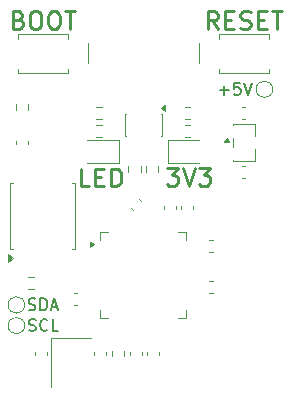
<source format=gto>
%TF.GenerationSoftware,KiCad,Pcbnew,9.0.6-9.0.6~ubuntu22.04.1*%
%TF.CreationDate,2026-01-23T17:01:36+00:00*%
%TF.ProjectId,rp2040_pico,72703230-3430-45f7-9069-636f2e6b6963,rev?*%
%TF.SameCoordinates,Original*%
%TF.FileFunction,Legend,Top*%
%TF.FilePolarity,Positive*%
%FSLAX45Y45*%
G04 Gerber Fmt 4.5, Leading zero omitted, Abs format (unit mm)*
G04 Created by KiCad (PCBNEW 9.0.6-9.0.6~ubuntu22.04.1) date 2026-01-23 17:01:36*
%MOMM*%
%LPD*%
G01*
G04 APERTURE LIST*
%ADD10C,0.200000*%
%ADD11C,0.250000*%
%ADD12C,0.120000*%
G04 APERTURE END LIST*
D10*
X-971503Y-940300D02*
X-957217Y-945061D01*
X-957217Y-945061D02*
X-933407Y-945061D01*
X-933407Y-945061D02*
X-923884Y-940300D01*
X-923884Y-940300D02*
X-919122Y-935538D01*
X-919122Y-935538D02*
X-914360Y-926014D01*
X-914360Y-926014D02*
X-914360Y-916490D01*
X-914360Y-916490D02*
X-919122Y-906966D01*
X-919122Y-906966D02*
X-923884Y-902204D01*
X-923884Y-902204D02*
X-933407Y-897442D01*
X-933407Y-897442D02*
X-952455Y-892680D01*
X-952455Y-892680D02*
X-961979Y-887919D01*
X-961979Y-887919D02*
X-966741Y-883157D01*
X-966741Y-883157D02*
X-971503Y-873633D01*
X-971503Y-873633D02*
X-971503Y-864109D01*
X-971503Y-864109D02*
X-966741Y-854585D01*
X-966741Y-854585D02*
X-961979Y-849823D01*
X-961979Y-849823D02*
X-952455Y-845061D01*
X-952455Y-845061D02*
X-928645Y-845061D01*
X-928645Y-845061D02*
X-914360Y-849823D01*
X-871503Y-945061D02*
X-871503Y-845061D01*
X-871503Y-845061D02*
X-847693Y-845061D01*
X-847693Y-845061D02*
X-833407Y-849823D01*
X-833407Y-849823D02*
X-823884Y-859347D01*
X-823884Y-859347D02*
X-819122Y-868871D01*
X-819122Y-868871D02*
X-814360Y-887919D01*
X-814360Y-887919D02*
X-814360Y-902204D01*
X-814360Y-902204D02*
X-819122Y-921252D01*
X-819122Y-921252D02*
X-823884Y-930776D01*
X-823884Y-930776D02*
X-833407Y-940300D01*
X-833407Y-940300D02*
X-847693Y-945061D01*
X-847693Y-945061D02*
X-871503Y-945061D01*
X-776264Y-916490D02*
X-728645Y-916490D01*
X-785788Y-945061D02*
X-752455Y-845061D01*
X-752455Y-845061D02*
X-719122Y-945061D01*
D11*
X198948Y260084D02*
X291805Y260084D01*
X291805Y260084D02*
X241805Y202941D01*
X241805Y202941D02*
X263234Y202941D01*
X263234Y202941D02*
X277519Y195799D01*
X277519Y195799D02*
X284662Y188656D01*
X284662Y188656D02*
X291805Y174370D01*
X291805Y174370D02*
X291805Y138656D01*
X291805Y138656D02*
X284662Y124370D01*
X284662Y124370D02*
X277519Y117227D01*
X277519Y117227D02*
X263234Y110084D01*
X263234Y110084D02*
X220376Y110084D01*
X220376Y110084D02*
X206091Y117227D01*
X206091Y117227D02*
X198948Y124370D01*
X334662Y260084D02*
X384662Y110084D01*
X384662Y110084D02*
X434662Y260084D01*
X470376Y260084D02*
X563234Y260084D01*
X563234Y260084D02*
X513234Y202941D01*
X513234Y202941D02*
X534662Y202941D01*
X534662Y202941D02*
X548948Y195799D01*
X548948Y195799D02*
X556091Y188656D01*
X556091Y188656D02*
X563234Y174370D01*
X563234Y174370D02*
X563234Y138656D01*
X563234Y138656D02*
X556091Y124370D01*
X556091Y124370D02*
X548948Y117227D01*
X548948Y117227D02*
X534662Y110084D01*
X534662Y110084D02*
X491805Y110084D01*
X491805Y110084D02*
X477519Y117227D01*
X477519Y117227D02*
X470376Y124370D01*
X-456722Y105058D02*
X-528151Y105058D01*
X-528151Y105058D02*
X-528151Y255058D01*
X-406722Y183629D02*
X-356722Y183629D01*
X-335294Y105058D02*
X-406722Y105058D01*
X-406722Y105058D02*
X-406722Y255058D01*
X-406722Y255058D02*
X-335294Y255058D01*
X-271008Y105058D02*
X-271008Y255058D01*
X-271008Y255058D02*
X-235294Y255058D01*
X-235294Y255058D02*
X-213865Y247915D01*
X-213865Y247915D02*
X-199579Y233629D01*
X-199579Y233629D02*
X-192436Y219343D01*
X-192436Y219343D02*
X-185294Y190772D01*
X-185294Y190772D02*
X-185294Y169343D01*
X-185294Y169343D02*
X-192436Y140772D01*
X-192436Y140772D02*
X-199579Y126486D01*
X-199579Y126486D02*
X-213865Y112200D01*
X-213865Y112200D02*
X-235294Y105058D01*
X-235294Y105058D02*
X-271008Y105058D01*
D10*
X646429Y917873D02*
X722619Y917873D01*
X684524Y879778D02*
X684524Y955969D01*
X817857Y979778D02*
X770238Y979778D01*
X770238Y979778D02*
X765476Y932159D01*
X765476Y932159D02*
X770238Y936921D01*
X770238Y936921D02*
X779762Y941683D01*
X779762Y941683D02*
X803571Y941683D01*
X803571Y941683D02*
X813095Y936921D01*
X813095Y936921D02*
X817857Y932159D01*
X817857Y932159D02*
X822619Y922635D01*
X822619Y922635D02*
X822619Y898826D01*
X822619Y898826D02*
X817857Y889302D01*
X817857Y889302D02*
X813095Y884540D01*
X813095Y884540D02*
X803571Y879778D01*
X803571Y879778D02*
X779762Y879778D01*
X779762Y879778D02*
X770238Y884540D01*
X770238Y884540D02*
X765476Y889302D01*
X851190Y979778D02*
X884524Y879778D01*
X884524Y879778D02*
X917857Y979778D01*
D11*
X-1056428Y1515928D02*
X-1034999Y1508785D01*
X-1034999Y1508785D02*
X-1027856Y1501643D01*
X-1027856Y1501643D02*
X-1020714Y1487357D01*
X-1020714Y1487357D02*
X-1020714Y1465928D01*
X-1020714Y1465928D02*
X-1027856Y1451643D01*
X-1027856Y1451643D02*
X-1034999Y1444500D01*
X-1034999Y1444500D02*
X-1049285Y1437357D01*
X-1049285Y1437357D02*
X-1106428Y1437357D01*
X-1106428Y1437357D02*
X-1106428Y1587357D01*
X-1106428Y1587357D02*
X-1056428Y1587357D01*
X-1056428Y1587357D02*
X-1042142Y1580214D01*
X-1042142Y1580214D02*
X-1034999Y1573071D01*
X-1034999Y1573071D02*
X-1027856Y1558785D01*
X-1027856Y1558785D02*
X-1027856Y1544500D01*
X-1027856Y1544500D02*
X-1034999Y1530214D01*
X-1034999Y1530214D02*
X-1042142Y1523071D01*
X-1042142Y1523071D02*
X-1056428Y1515928D01*
X-1056428Y1515928D02*
X-1106428Y1515928D01*
X-927856Y1587357D02*
X-899285Y1587357D01*
X-899285Y1587357D02*
X-884999Y1580214D01*
X-884999Y1580214D02*
X-870714Y1565928D01*
X-870714Y1565928D02*
X-863571Y1537357D01*
X-863571Y1537357D02*
X-863571Y1487357D01*
X-863571Y1487357D02*
X-870714Y1458785D01*
X-870714Y1458785D02*
X-884999Y1444500D01*
X-884999Y1444500D02*
X-899285Y1437357D01*
X-899285Y1437357D02*
X-927856Y1437357D01*
X-927856Y1437357D02*
X-942142Y1444500D01*
X-942142Y1444500D02*
X-956428Y1458785D01*
X-956428Y1458785D02*
X-963571Y1487357D01*
X-963571Y1487357D02*
X-963571Y1537357D01*
X-963571Y1537357D02*
X-956428Y1565928D01*
X-956428Y1565928D02*
X-942142Y1580214D01*
X-942142Y1580214D02*
X-927856Y1587357D01*
X-770714Y1587357D02*
X-742142Y1587357D01*
X-742142Y1587357D02*
X-727856Y1580214D01*
X-727856Y1580214D02*
X-713571Y1565928D01*
X-713571Y1565928D02*
X-706428Y1537357D01*
X-706428Y1537357D02*
X-706428Y1487357D01*
X-706428Y1487357D02*
X-713571Y1458785D01*
X-713571Y1458785D02*
X-727856Y1444500D01*
X-727856Y1444500D02*
X-742142Y1437357D01*
X-742142Y1437357D02*
X-770714Y1437357D01*
X-770714Y1437357D02*
X-784999Y1444500D01*
X-784999Y1444500D02*
X-799285Y1458785D01*
X-799285Y1458785D02*
X-806428Y1487357D01*
X-806428Y1487357D02*
X-806428Y1537357D01*
X-806428Y1537357D02*
X-799285Y1565928D01*
X-799285Y1565928D02*
X-784999Y1580214D01*
X-784999Y1580214D02*
X-770714Y1587357D01*
X-663571Y1587357D02*
X-577856Y1587357D01*
X-620714Y1437357D02*
X-620714Y1587357D01*
X629286Y1437357D02*
X579286Y1508785D01*
X543572Y1437357D02*
X543572Y1587357D01*
X543572Y1587357D02*
X600715Y1587357D01*
X600715Y1587357D02*
X615001Y1580214D01*
X615001Y1580214D02*
X622144Y1573071D01*
X622144Y1573071D02*
X629286Y1558785D01*
X629286Y1558785D02*
X629286Y1537357D01*
X629286Y1537357D02*
X622144Y1523071D01*
X622144Y1523071D02*
X615001Y1515928D01*
X615001Y1515928D02*
X600715Y1508785D01*
X600715Y1508785D02*
X543572Y1508785D01*
X693572Y1515928D02*
X743572Y1515928D01*
X765001Y1437357D02*
X693572Y1437357D01*
X693572Y1437357D02*
X693572Y1587357D01*
X693572Y1587357D02*
X765001Y1587357D01*
X822143Y1444500D02*
X843572Y1437357D01*
X843572Y1437357D02*
X879286Y1437357D01*
X879286Y1437357D02*
X893572Y1444500D01*
X893572Y1444500D02*
X900715Y1451643D01*
X900715Y1451643D02*
X907858Y1465928D01*
X907858Y1465928D02*
X907858Y1480214D01*
X907858Y1480214D02*
X900715Y1494500D01*
X900715Y1494500D02*
X893572Y1501643D01*
X893572Y1501643D02*
X879286Y1508785D01*
X879286Y1508785D02*
X850715Y1515928D01*
X850715Y1515928D02*
X836429Y1523071D01*
X836429Y1523071D02*
X829286Y1530214D01*
X829286Y1530214D02*
X822143Y1544500D01*
X822143Y1544500D02*
X822143Y1558785D01*
X822143Y1558785D02*
X829286Y1573071D01*
X829286Y1573071D02*
X836429Y1580214D01*
X836429Y1580214D02*
X850715Y1587357D01*
X850715Y1587357D02*
X886429Y1587357D01*
X886429Y1587357D02*
X907858Y1580214D01*
X972143Y1515928D02*
X1022143Y1515928D01*
X1043572Y1437357D02*
X972143Y1437357D01*
X972143Y1437357D02*
X972143Y1587357D01*
X972143Y1587357D02*
X1043572Y1587357D01*
X1086429Y1587357D02*
X1172144Y1587357D01*
X1129286Y1437357D02*
X1129286Y1587357D01*
D10*
X-969122Y-1115300D02*
X-954836Y-1120062D01*
X-954836Y-1120062D02*
X-931026Y-1120062D01*
X-931026Y-1120062D02*
X-921503Y-1115300D01*
X-921503Y-1115300D02*
X-916741Y-1110538D01*
X-916741Y-1110538D02*
X-911979Y-1101014D01*
X-911979Y-1101014D02*
X-911979Y-1091490D01*
X-911979Y-1091490D02*
X-916741Y-1081966D01*
X-916741Y-1081966D02*
X-921503Y-1077204D01*
X-921503Y-1077204D02*
X-931026Y-1072442D01*
X-931026Y-1072442D02*
X-950074Y-1067681D01*
X-950074Y-1067681D02*
X-959598Y-1062919D01*
X-959598Y-1062919D02*
X-964360Y-1058157D01*
X-964360Y-1058157D02*
X-969122Y-1048633D01*
X-969122Y-1048633D02*
X-969122Y-1039109D01*
X-969122Y-1039109D02*
X-964360Y-1029585D01*
X-964360Y-1029585D02*
X-959598Y-1024823D01*
X-959598Y-1024823D02*
X-950074Y-1020061D01*
X-950074Y-1020061D02*
X-926264Y-1020061D01*
X-926264Y-1020061D02*
X-911979Y-1024823D01*
X-811979Y-1110538D02*
X-816741Y-1115300D01*
X-816741Y-1115300D02*
X-831026Y-1120062D01*
X-831026Y-1120062D02*
X-840550Y-1120062D01*
X-840550Y-1120062D02*
X-854836Y-1115300D01*
X-854836Y-1115300D02*
X-864360Y-1105776D01*
X-864360Y-1105776D02*
X-869122Y-1096252D01*
X-869122Y-1096252D02*
X-873883Y-1077204D01*
X-873883Y-1077204D02*
X-873883Y-1062919D01*
X-873883Y-1062919D02*
X-869122Y-1043871D01*
X-869122Y-1043871D02*
X-864360Y-1034347D01*
X-864360Y-1034347D02*
X-854836Y-1024823D01*
X-854836Y-1024823D02*
X-840550Y-1020061D01*
X-840550Y-1020061D02*
X-831026Y-1020061D01*
X-831026Y-1020061D02*
X-816741Y-1024823D01*
X-816741Y-1024823D02*
X-811979Y-1029585D01*
X-721503Y-1120062D02*
X-769122Y-1120062D01*
X-769122Y-1120062D02*
X-769122Y-1020061D01*
D12*
%TO.C,R5*%
X-351274Y777250D02*
X-398726Y777250D01*
X-351274Y672750D02*
X-398726Y672750D01*
%TO.C,TP1*%
X1095000Y925000D02*
G75*
G02*
X955000Y925000I-70000J0D01*
G01*
X955000Y925000D02*
G75*
G02*
X1095000Y925000I70000J0D01*
G01*
%TO.C,TP3*%
X-1005074Y-1074840D02*
G75*
G02*
X-1145074Y-1074840I-70000J0D01*
G01*
X-1145074Y-1074840D02*
G75*
G02*
X-1005074Y-1074840I70000J0D01*
G01*
%TO.C,R4*%
X351274Y777250D02*
X398726Y777250D01*
X351274Y672750D02*
X398726Y672750D01*
%TO.C,C7*%
X558631Y-696461D02*
X586747Y-696461D01*
X558631Y-798461D02*
X586747Y-798461D01*
%TO.C,U1*%
X-363311Y-286461D02*
X-298311Y-286461D01*
X-363311Y-351461D02*
X-363311Y-286461D01*
X-363311Y-1008461D02*
X-363311Y-943461D01*
X-298311Y-1008461D02*
X-363311Y-1008461D01*
X293689Y-286461D02*
X358689Y-286461D01*
X358689Y-286461D02*
X358689Y-351461D01*
X358689Y-943461D02*
X358689Y-1008461D01*
X358689Y-1008461D02*
X293689Y-1008461D01*
X-416311Y-387461D02*
X-449311Y-411461D01*
X-449311Y-363461D01*
X-416311Y-387461D01*
G36*
X-416311Y-387461D02*
G01*
X-449311Y-411461D01*
X-449311Y-363461D01*
X-416311Y-387461D01*
G37*
%TO.C,U4*%
X-156000Y716000D02*
X-151000Y716000D01*
X-156000Y534000D02*
X-156000Y716000D01*
X-151000Y534000D02*
X-156000Y534000D01*
X151000Y716000D02*
X156000Y716000D01*
X156000Y716000D02*
X156000Y534000D01*
X156000Y534000D02*
X151000Y534000D01*
X184000Y746000D02*
X151000Y770000D01*
X184000Y794000D01*
X184000Y746000D01*
G36*
X184000Y746000D02*
G01*
X151000Y770000D01*
X184000Y794000D01*
X184000Y746000D01*
G37*
%TO.C,C5*%
X321689Y-86519D02*
X321689Y-58403D01*
X423689Y-86519D02*
X423689Y-58403D01*
%TO.C,X1*%
X-783500Y-1181500D02*
X-783500Y-1593500D01*
X-441500Y-1181500D02*
X-783500Y-1181500D01*
%TO.C,C10*%
X-560942Y-799000D02*
X-589058Y-799000D01*
X-560942Y-901000D02*
X-589058Y-901000D01*
%TO.C,U3*%
X-1128311Y128539D02*
X-1101311Y128539D01*
X-1128311Y-423461D02*
X-1128311Y128539D01*
X-1101311Y-423461D02*
X-1128311Y-423461D01*
X-603311Y128539D02*
X-576311Y128539D01*
X-576311Y128539D02*
X-576311Y-423461D01*
X-576311Y-423461D02*
X-603311Y-423461D01*
X-1102311Y-506461D02*
X-1149311Y-540461D01*
X-1149311Y-472461D01*
X-1102311Y-506461D01*
G36*
X-1102311Y-506461D02*
G01*
X-1149311Y-540461D01*
X-1149311Y-472461D01*
X-1102311Y-506461D01*
G37*
%TO.C,R2*%
X22750Y273726D02*
X22750Y226274D01*
X127250Y273726D02*
X127250Y226274D01*
%TO.C,SW2*%
X640000Y1390000D02*
X640000Y1351000D01*
X640000Y1060000D02*
X640000Y1099000D01*
X1060000Y1390000D02*
X640000Y1390000D01*
X1060000Y1351000D02*
X1060000Y1390000D01*
X1060000Y1099000D02*
X1060000Y1060000D01*
X1060000Y1060000D02*
X640000Y1060000D01*
%TO.C,R7*%
X398726Y627250D02*
X351274Y627250D01*
X398726Y522750D02*
X351274Y522750D01*
%TO.C,C11*%
X-915811Y-1295903D02*
X-915811Y-1324019D01*
X-813811Y-1295903D02*
X-813811Y-1324019D01*
%TO.C,R1*%
X-127250Y273726D02*
X-127250Y226274D01*
X-22750Y273726D02*
X-22750Y226274D01*
%TO.C,C3*%
X171689Y-86519D02*
X171689Y-58403D01*
X273689Y-86519D02*
X273689Y-58403D01*
%TO.C,C12*%
X-415811Y-1324019D02*
X-415811Y-1295903D01*
X-313811Y-1324019D02*
X-313811Y-1295903D01*
%TO.C,R6*%
X-267061Y-1333687D02*
X-267061Y-1286235D01*
X-162561Y-1333687D02*
X-162561Y-1286235D01*
%TO.C,C8*%
X558631Y-346461D02*
X586747Y-346461D01*
X558631Y-448461D02*
X586747Y-448461D01*
%TO.C,J1*%
X-467000Y1315000D02*
X-467000Y1145000D01*
X467000Y1315000D02*
X467000Y1145000D01*
%TO.C,C13*%
X-1076000Y460942D02*
X-1076000Y489058D01*
X-974000Y460942D02*
X-974000Y489058D01*
%TO.C,D1*%
X206500Y496000D02*
X206500Y304000D01*
X206500Y304000D02*
X475000Y304000D01*
X475000Y496000D02*
X206500Y496000D01*
%TO.C,D2*%
X-475000Y304000D02*
X-206500Y304000D01*
X-206500Y496000D02*
X-475000Y496000D01*
X-206500Y304000D02*
X-206500Y496000D01*
%TO.C,C9*%
X-88622Y-96003D02*
X-108503Y-76122D01*
X-16497Y-23878D02*
X-36378Y-3997D01*
%TO.C,C2*%
X835942Y276000D02*
X864058Y276000D01*
X835942Y174000D02*
X864058Y174000D01*
%TO.C,C6*%
X-115811Y-1295903D02*
X-115811Y-1324019D01*
X-13811Y-1295903D02*
X-13811Y-1324019D01*
%TO.C,SW1*%
X-1060000Y1390000D02*
X-640000Y1390000D01*
X-1060000Y1351000D02*
X-1060000Y1390000D01*
X-1060000Y1099000D02*
X-1060000Y1060000D01*
X-1060000Y1060000D02*
X-640000Y1060000D01*
X-640000Y1390000D02*
X-640000Y1351000D01*
X-640000Y1060000D02*
X-640000Y1099000D01*
%TO.C,TP2*%
X-1005074Y-899840D02*
G75*
G02*
X-1145074Y-899840I-70000J0D01*
G01*
X-1145074Y-899840D02*
G75*
G02*
X-1005074Y-899840I70000J0D01*
G01*
%TO.C,U2*%
X759000Y631000D02*
X941000Y631000D01*
X759000Y626000D02*
X759000Y631000D01*
X759000Y436000D02*
X759000Y514000D01*
X759000Y319000D02*
X759000Y324000D01*
X941000Y631000D02*
X941000Y531000D01*
X941000Y419000D02*
X941000Y319000D01*
X941000Y319000D02*
X759000Y319000D01*
X729000Y480000D02*
X681000Y480000D01*
X705000Y513000D01*
X729000Y480000D01*
G36*
X729000Y480000D02*
G01*
X681000Y480000D01*
X705000Y513000D01*
X729000Y480000D01*
G37*
%TO.C,R3*%
X-1077250Y798726D02*
X-1077250Y751274D01*
X-972750Y798726D02*
X-972750Y751274D01*
%TO.C,R8*%
X-398726Y627250D02*
X-351274Y627250D01*
X-398726Y522750D02*
X-351274Y522750D01*
%TO.C,C4*%
X34189Y-1295903D02*
X34189Y-1324019D01*
X136189Y-1295903D02*
X136189Y-1324019D01*
%TO.C,R9*%
X-926324Y-659969D02*
X-973775Y-659969D01*
X-926324Y-764469D02*
X-973775Y-764469D01*
%TO.C,C1*%
X864058Y776000D02*
X835942Y776000D01*
X864058Y674000D02*
X835942Y674000D01*
%TD*%
M02*

</source>
